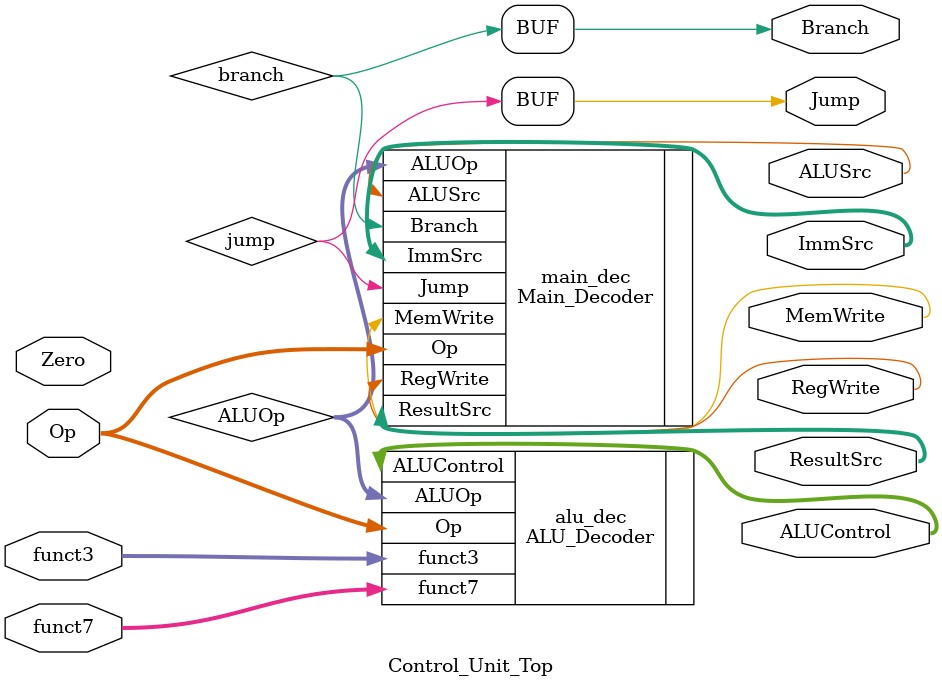
<source format=sv>
module Control_Unit_Top(Op,Zero,Branch,Jump, ResultSrc, MemWrite, ALUSrc, ImmSrc, RegWrite,funct3,funct7,ALUControl);
input [6:0]Op,funct7;
input [2:0]funct3;
input Zero;
output RegWrite,ALUSrc,MemWrite,Branch,Jump;
output [1:0]ImmSrc,ResultSrc;
output [2:0]ALUControl;

wire [1:0]ALUOp;
wire branch,jump;
assign Branch = branch;
assign  Jump  = jump;
///assign PCSrc = (branch & Zero) | jump;
Main_Decoder main_dec(
					.Op(Op),
					.Branch(branch), 
					.ResultSrc(ResultSrc), 
					.MemWrite(MemWrite), 
					.ALUSrc(ALUSrc), 
					.ImmSrc(ImmSrc), 
					.RegWrite(RegWrite), 
					.ALUOp(ALUOp),
					.Jump(jump)
					);

ALU_Decoder alu_dec(
					.Op(Op), 
					.ALUOp(ALUOp), 
					.funct3(funct3), 
					.funct7(funct7),
					.ALUControl(ALUControl)
					);
					
					
					

endmodule
</source>
